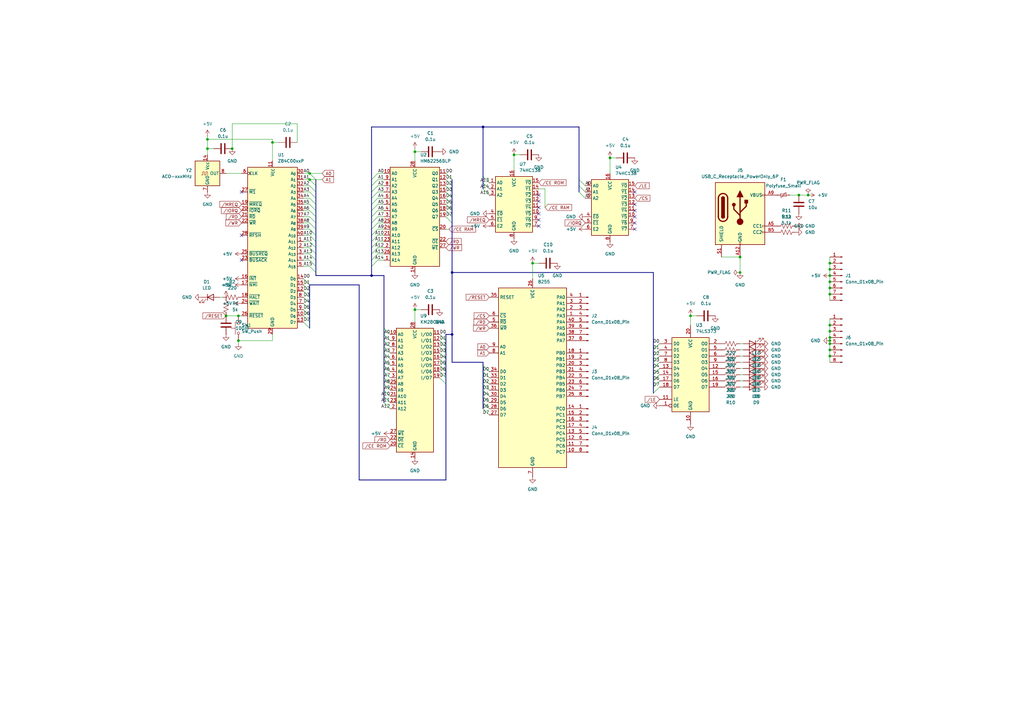
<source format=kicad_sch>
(kicad_sch (version 20250114) (generator "eeschema") (generator_version "9.0")
  (paper "A3")
  (lib_symbols
    (symbol "74xx:74HC138"
      (property "Reference" "U" (at -7.62 13.97 0))
      (property "Value" "74HC138" (at 2.54 -11.43 0))
      (symbol "74HC138_1_1"
        (pin input line (at -10.16 10.16 0) (length 2.54) (name "A0") (number "1"))
        (pin input line (at -10.16 7.62 0) (length 2.54) (name "A1") (number "2"))
        (pin input line (at -10.16 5.08 0) (length 2.54) (name "A2") (number "3"))
        (pin input line (at -10.16 -2.54 0) (length 2.54) (name "~{E0}") (number "4"))
        (pin input line (at -10.16 -5.08 0) (length 2.54) (name "~{E1}") (number "5"))
        (pin input line (at -10.16 -7.62 0) (length 2.54) (name "E2") (number "6"))
        (pin power_in line (at 0 15.24 270) (length 2.54) (name "VCC") (number "16"))
        (pin power_in line (at 0 -12.7 90) (length 2.54) (name "GND") (number "8"))
        (pin output line (at 10.16 10.16 180) (length 2.54) (name "~{Y0}") (number "15"))
        (pin output line (at 10.16 7.62 180) (length 2.54) (name "~{Y1}") (number "14"))
        (pin output line (at 10.16 5.08 180) (length 2.54) (name "~{Y2}") (number "13"))
        (pin output line (at 10.16 2.54 180) (length 2.54) (name "~{Y3}") (number "12"))
        (pin output line (at 10.16 0 180) (length 2.54) (name "~{Y4}") (number "11"))
        (pin output line (at 10.16 -2.54 180) (length 2.54) (name "~{Y5}") (number "10"))
        (pin output line (at 10.16 -5.08 180) (length 2.54) (name "~{Y6}") (number "9"))
        (pin output line (at 10.16 -7.62 180) (length 2.54) (name "~{Y7}") (number "7"))
      )
    )
    (symbol "74xx:74LS373"
      (property "Reference" "U" (at -7.62 16.51 0))
      (property "Value" "74LS373" (at -7.62 -16.51 0))
      (symbol "74LS373_1_0"
        (pin input line (at -12.7 12.7 0) (length 5.08) (name "D0") (number "3"))
        (pin input line (at -12.7 10.16 0) (length 5.08) (name "D1") (number "4"))
        (pin input line (at -12.7 7.62 0) (length 5.08) (name "D2") (number "7"))
        (pin input line (at -12.7 5.08 0) (length 5.08) (name "D3") (number "8"))
        (pin input line (at -12.7 2.54 0) (length 5.08) (name "D4") (number "13"))
        (pin input line (at -12.7 0 0) (length 5.08) (name "D5") (number "14"))
        (pin input line (at -12.7 -2.54 0) (length 5.08) (name "D6") (number "17"))
        (pin input line (at -12.7 -5.08 0) (length 5.08) (name "D7") (number "18"))
        (pin input line (at -12.7 -10.16 0) (length 5.08) (name "LE") (number "11"))
        (pin input inverted (at -12.7 -12.7 0) (length 5.08) (name "OE") (number "1"))
        (pin power_in line (at 0 20.32 270) (length 5.08) (name "VCC") (number "20"))
        (pin power_in line (at 0 -20.32 90) (length 5.08) (name "GND") (number "10"))
        (pin tri_state line (at 12.7 12.7 180) (length 5.08) (name "O0") (number "2"))
        (pin tri_state line (at 12.7 10.16 180) (length 5.08) (name "O1") (number "5"))
        (pin tri_state line (at 12.7 7.62 180) (length 5.08) (name "O2") (number "6"))
        (pin tri_state line (at 12.7 5.08 180) (length 5.08) (name "O3") (number "9"))
        (pin tri_state line (at 12.7 2.54 180) (length 5.08) (name "O4") (number "12"))
        (pin tri_state line (at 12.7 0 180) (length 5.08) (name "O5") (number "15"))
        (pin tri_state line (at 12.7 -2.54 180) (length 5.08) (name "O6") (number "16"))
        (pin tri_state line (at 12.7 -5.08 180) (length 5.08) (name "O7") (number "19"))
      )
    )
    (symbol "CPU:Z84C00xxP"
      (property "Reference" "U" (at -9.652 34.798 0))
      (property "Value" "Z84C00xxP" (at 3.81 34.798 0))
      (symbol "Z84C00xxP_1_1"
        (pin input clock (at -12.7 30.48 0) (length 2.54) (name "CLK") (number "6"))
        (pin output line (at -12.7 22.86 0) (length 2.54) (name "~{M1}") (number "27"))
        (pin tri_state line (at -12.7 17.78 0) (length 2.54) (name "~{MREQ}") (number "19"))
        (pin tri_state line (at -12.7 15.24 0) (length 2.54) (name "~{IORQ}") (number "20"))
        (pin tri_state line (at -12.7 12.7 0) (length 2.54) (name "~{RD}") (number "21"))
        (pin tri_state line (at -12.7 10.16 0) (length 2.54) (name "~{WR}") (number "22"))
        (pin output line (at -12.7 5.08 0) (length 2.54) (name "~{RFSH}") (number "28"))
        (pin input line (at -12.7 -2.54 0) (length 2.54) (name "~{BUSREQ}") (number "25"))
        (pin output line (at -12.7 -5.08 0) (length 2.54) (name "~{BUSACK}") (number "23"))
        (pin input line (at -12.7 -12.7 0) (length 2.54) (name "~{INT}") (number "16"))
        (pin input line (at -12.7 -15.24 0) (length 2.54) (name "~{NMI}") (number "17"))
        (pin output line (at -12.7 -20.32 0) (length 2.54) (name "~{HALT}") (number "18"))
        (pin input line (at -12.7 -22.86 0) (length 2.54) (name "~{WAIT}") (number "24"))
        (pin input line (at -12.7 -27.94 0) (length 2.54) (name "~{RESET}") (number "26"))
        (pin power_in line (at 0 35.56 270) (length 2.54) (name "V_{CC}") (number "11"))
        (pin power_in line (at 0 -35.56 90) (length 2.54) (name "GND") (number "29"))
        (pin tri_state line (at 12.7 30.48 180) (length 2.54) (name "A_{0}") (number "30"))
        (pin tri_state line (at 12.7 27.94 180) (length 2.54) (name "A_{1}") (number "31"))
        (pin tri_state line (at 12.7 25.4 180) (length 2.54) (name "A_{2}") (number "32"))
        (pin tri_state line (at 12.7 22.86 180) (length 2.54) (name "A_{3}") (number "33"))
        (pin tri_state line (at 12.7 20.32 180) (length 2.54) (name "A_{4}") (number "34"))
        (pin tri_state line (at 12.7 17.78 180) (length 2.54) (name "A_{5}") (number "35"))
        (pin tri_state line (at 12.7 15.24 180) (length 2.54) (name "A_{6}") (number "36"))
        (pin tri_state line (at 12.7 12.7 180) (length 2.54) (name "A_{7}") (number "37"))
        (pin tri_state line (at 12.7 10.16 180) (length 2.54) (name "A_{8}") (number "38"))
        (pin tri_state line (at 12.7 7.62 180) (length 2.54) (name "A_{9}") (number "39"))
        (pin tri_state line (at 12.7 5.08 180) (length 2.54) (name "A_{10}") (number "40"))
        (pin tri_state line (at 12.7 2.54 180) (length 2.54) (name "A_{11}") (number "1"))
        (pin tri_state line (at 12.7 0 180) (length 2.54) (name "A_{12}") (number "2"))
        (pin tri_state line (at 12.7 -2.54 180) (length 2.54) (name "A_{13}") (number "3"))
        (pin tri_state line (at 12.7 -5.08 180) (length 2.54) (name "A_{14}") (number "4"))
        (pin tri_state line (at 12.7 -7.62 180) (length 2.54) (name "A_{15}") (number "5"))
        (pin bidirectional line (at 12.7 -12.7 180) (length 2.54) (name "D_{0}") (number "14"))
        (pin bidirectional line (at 12.7 -15.24 180) (length 2.54) (name "D_{1}") (number "15"))
        (pin bidirectional line (at 12.7 -17.78 180) (length 2.54) (name "D_{2}") (number "12"))
        (pin bidirectional line (at 12.7 -20.32 180) (length 2.54) (name "D_{3}") (number "8"))
        (pin bidirectional line (at 12.7 -22.86 180) (length 2.54) (name "D_{4}") (number "7"))
        (pin bidirectional line (at 12.7 -25.4 180) (length 2.54) (name "D_{5}") (number "9"))
        (pin bidirectional line (at 12.7 -27.94 180) (length 2.54) (name "D_{6}") (number "10"))
        (pin bidirectional line (at 12.7 -30.48 180) (length 2.54) (name "D_{7}") (number "13"))
      )
    )
    (symbol "Connector:Conn_01x08_Pin" (pin_names (offset 1.016) (hide yes))
      (property "Reference" "J" (at 0 10.16 0))
      (property "Value" "Conn_01x08_Pin" (at 0 -12.7 0))
      (symbol "Conn_01x08_Pin_1_1"
        (pin passive line (at 5.08 7.62 180) (length 3.81) (name "Pin_1") (number "1"))
        (pin passive line (at 5.08 5.08 180) (length 3.81) (name "Pin_2") (number "2"))
        (pin passive line (at 5.08 2.54 180) (length 3.81) (name "Pin_3") (number "3"))
        (pin passive line (at 5.08 0 180) (length 3.81) (name "Pin_4") (number "4"))
        (pin passive line (at 5.08 -2.54 180) (length 3.81) (name "Pin_5") (number "5"))
        (pin passive line (at 5.08 -5.08 180) (length 3.81) (name "Pin_6") (number "6"))
        (pin passive line (at 5.08 -7.62 180) (length 3.81) (name "Pin_7") (number "7"))
        (pin passive line (at 5.08 -10.16 180) (length 3.81) (name "Pin_8") (number "8"))
      )
    )
    (symbol "Connector:USB_C_Receptacle_PowerOnly_6P" (pin_names (offset 1.016))
      (property "Reference" "J" (at 0 16.51 0))
      (property "Value" "USB_C_Receptacle_PowerOnly_6P" (at 0 13.97 0))
      (symbol "USB_C_Receptacle_PowerOnly_6P_1_1"
        (pin passive line (at -7.62 -17.78 90) (length 5.08) (name "SHIELD") (number "S1"))
        (pin passive line (at 0 -17.78 90) (length 5.08) (name "GND") (number "A12"))
        (pin passive line (at 0 -17.78 90) (length 5.08) (hide yes) (name "GND") (number "B12"))
        (pin passive line (at 15.24 7.62 180) (length 5.08) (name "VBUS") (number "A9"))
        (pin passive line (at 15.24 7.62 180) (length 5.08) (hide yes) (name "VBUS") (number "B9"))
        (pin bidirectional line (at 15.24 -5.08 180) (length 5.08) (name "CC1") (number "A5"))
        (pin bidirectional line (at 15.24 -7.62 180) (length 5.08) (name "CC2") (number "B5"))
      )
    )
    (symbol "Device:C" (pin_numbers (hide yes)) (pin_names (offset 0.254))
      (property "Reference" "C" (at 0.635 2.54 0))
      (property "Value" "C" (at 0.635 -2.54 0))
      (symbol "C_1_1"
        (pin passive line (at 0 3.81 270) (length 2.794) (name "~") (number "1"))
        (pin passive line (at 0 -3.81 90) (length 2.794) (name "~") (number "2"))
      )
    )
    (symbol "Device:LED" (pin_numbers (hide yes)) (pin_names (offset 1.016) (hide yes))
      (property "Reference" "D" (at 0 2.54 0))
      (property "Value" "LED" (at 0 -2.54 0))
      (symbol "LED_1_1"
        (pin passive line (at -3.81 0 0) (length 2.54) (name "K") (number "1"))
        (pin passive line (at 3.81 0 180) (length 2.54) (name "A") (number "2"))
      )
    )
    (symbol "Device:Polyfuse_Small" (pin_numbers (hide yes)) (pin_names (offset 0))
      (property "Reference" "F" (at -1.905 0 90))
      (property "Value" "Polyfuse_Small" (at 1.905 0 90))
      (symbol "Polyfuse_Small_1_1"
        (pin passive line (at 0 2.54 270) (length 0.635) (name "~") (number "1"))
        (pin passive line (at 0 -2.54 90) (length 0.635) (name "~") (number "2"))
      )
    )
    (symbol "Device:R_US" (pin_numbers (hide yes)) (pin_names (offset 0))
      (property "Reference" "R" (at 2.54 0 90))
      (property "Value" "R_US" (at -2.54 0 90))
      (symbol "R_US_1_1"
        (pin passive line (at 0 3.81 270) (length 1.27) (name "~") (number "1"))
        (pin passive line (at 0 -3.81 90) (length 1.27) (name "~") (number "2"))
      )
    )
    (symbol "Interface:8255"
      (property "Reference" "U" (at -13.97 38.1 0))
      (property "Value" "8255" (at 8.89 38.1 0))
      (symbol "8255_1_1"
        (pin input line (at -17.78 33.02 0) (length 3.81) (name "RESET") (number "35"))
        (pin input line (at -17.78 25.4 0) (length 3.81) (name "~{CS}") (number "6"))
        (pin input line (at -17.78 22.86 0) (length 3.81) (name "~{RD}") (number "5"))
        (pin input line (at -17.78 20.32 0) (length 3.81) (name "~{WR}") (number "36"))
        (pin input line (at -17.78 12.7 0) (length 3.81) (name "A0") (number "9"))
        (pin input line (at -17.78 10.16 0) (length 3.81) (name "A1") (number "8"))
        (pin bidirectional line (at -17.78 2.54 0) (length 3.81) (name "D0") (number "34"))
        (pin bidirectional line (at -17.78 0 0) (length 3.81) (name "D1") (number "33"))
        (pin bidirectional line (at -17.78 -2.54 0) (length 3.81) (name "D2") (number "32"))
        (pin bidirectional line (at -17.78 -5.08 0) (length 3.81) (name "D3") (number "31"))
        (pin bidirectional line (at -17.78 -7.62 0) (length 3.81) (name "D4") (number "30"))
        (pin bidirectional line (at -17.78 -10.16 0) (length 3.81) (name "D5") (number "29"))
        (pin bidirectional line (at -17.78 -12.7 0) (length 3.81) (name "D6") (number "28"))
        (pin bidirectional line (at -17.78 -15.24 0) (length 3.81) (name "D7") (number "27"))
        (pin power_in line (at 0 40.64 270) (length 3.81) (name "VCC") (number "26"))
        (pin power_in line (at 0 -40.64 90) (length 3.81) (name "GND") (number "7"))
        (pin bidirectional line (at 17.78 33.02 180) (length 3.81) (name "PA0") (number "4"))
        (pin bidirectional line (at 17.78 30.48 180) (length 3.81) (name "PA1") (number "3"))
        (pin bidirectional line (at 17.78 27.94 180) (length 3.81) (name "PA2") (number "2"))
        (pin bidirectional line (at 17.78 25.4 180) (length 3.81) (name "PA3") (number "1"))
        (pin bidirectional line (at 17.78 22.86 180) (length 3.81) (name "PA4") (number "40"))
        (pin bidirectional line (at 17.78 20.32 180) (length 3.81) (name "PA5") (number "39"))
        (pin bidirectional line (at 17.78 17.78 180) (length 3.81) (name "PA6") (number "38"))
        (pin bidirectional line (at 17.78 15.24 180) (length 3.81) (name "PA7") (number "37"))
        (pin bidirectional line (at 17.78 10.16 180) (length 3.81) (name "PB0") (number "18"))
        (pin bidirectional line (at 17.78 7.62 180) (length 3.81) (name "PB1") (number "19"))
        (pin bidirectional line (at 17.78 5.08 180) (length 3.81) (name "PB2") (number "20"))
        (pin bidirectional line (at 17.78 2.54 180) (length 3.81) (name "PB3") (number "21"))
        (pin bidirectional line (at 17.78 0 180) (length 3.81) (name "PB4") (number "22"))
        (pin bidirectional line (at 17.78 -2.54 180) (length 3.81) (name "PB5") (number "23"))
        (pin bidirectional line (at 17.78 -5.08 180) (length 3.81) (name "PB6") (number "24"))
        (pin bidirectional line (at 17.78 -7.62 180) (length 3.81) (name "PB7") (number "25"))
        (pin bidirectional line (at 17.78 -12.7 180) (length 3.81) (name "PC0") (number "14"))
        (pin bidirectional line (at 17.78 -15.24 180) (length 3.81) (name "PC1") (number "15"))
        (pin bidirectional line (at 17.78 -17.78 180) (length 3.81) (name "PC2") (number "16"))
        (pin bidirectional line (at 17.78 -20.32 180) (length 3.81) (name "PC3") (number "17"))
        (pin bidirectional line (at 17.78 -22.86 180) (length 3.81) (name "PC4") (number "13"))
        (pin bidirectional line (at 17.78 -25.4 180) (length 3.81) (name "PC5") (number "12"))
        (pin bidirectional line (at 17.78 -27.94 180) (length 3.81) (name "PC6") (number "11"))
        (pin bidirectional line (at 17.78 -30.48 180) (length 3.81) (name "PC7") (number "10"))
      )
    )
    (symbol "Memory_EEPROM:KM28C64A"
      (property "Reference" "U" (at -7.62 26.67 0))
      (property "Value" "KM28C64A" (at 2.54 -26.67 0))
      (symbol "KM28C64A_1_1"
        (pin input line (at -10.16 22.86 0) (length 2.54) (name "A0") (number "10"))
        (pin input line (at -10.16 20.32 0) (length 2.54) (name "A1") (number "9"))
        (pin input line (at -10.16 17.78 0) (length 2.54) (name "A2") (number "8"))
        (pin input line (at -10.16 15.24 0) (length 2.54) (name "A3") (number "7"))
        (pin input line (at -10.16 12.7 0) (length 2.54) (name "A4") (number "6"))
        (pin input line (at -10.16 10.16 0) (length 2.54) (name "A5") (number "5"))
        (pin input line (at -10.16 7.62 0) (length 2.54) (name "A6") (number "4"))
        (pin input line (at -10.16 5.08 0) (length 2.54) (name "A7") (number "3"))
        (pin input line (at -10.16 2.54 0) (length 2.54) (name "A8") (number "25"))
        (pin input line (at -10.16 0 0) (length 2.54) (name "A9") (number "24"))
        (pin input line (at -10.16 -2.54 0) (length 2.54) (name "A10") (number "21"))
        (pin input line (at -10.16 -5.08 0) (length 2.54) (name "A11") (number "23"))
        (pin input line (at -10.16 -7.62 0) (length 2.54) (name "A12") (number "2"))
        (pin input line (at -10.16 -17.78 0) (length 2.54) (name "~{WE}") (number "27"))
        (pin input line (at -10.16 -20.32 0) (length 2.54) (name "~{OE}") (number "22"))
        (pin input line (at -10.16 -22.86 0) (length 2.54) (name "~{CE}") (number "20"))
        (pin no_connect line (at -7.62 -12.7 0) (length 2.54) (hide yes) (name "NC") (number "1"))
        (pin power_in line (at 0 27.94 270) (length 2.54) (name "VCC") (number "28"))
        (pin power_in line (at 0 -27.94 90) (length 2.54) (name "GND") (number "14"))
        (pin no_connect line (at 7.62 -17.78 180) (length 2.54) (hide yes) (name "NC") (number "26"))
        (pin tri_state line (at 10.16 22.86 180) (length 2.54) (name "I/O0") (number "11"))
        (pin tri_state line (at 10.16 20.32 180) (length 2.54) (name "I/O1") (number "12"))
        (pin tri_state line (at 10.16 17.78 180) (length 2.54) (name "I/O2") (number "13"))
        (pin tri_state line (at 10.16 15.24 180) (length 2.54) (name "I/O3") (number "15"))
        (pin tri_state line (at 10.16 12.7 180) (length 2.54) (name "I/O4") (number "16"))
        (pin tri_state line (at 10.16 10.16 180) (length 2.54) (name "I/O5") (number "17"))
        (pin tri_state line (at 10.16 7.62 180) (length 2.54) (name "I/O6") (number "18"))
        (pin tri_state line (at 10.16 5.08 180) (length 2.54) (name "I/O7") (number "19"))
      )
    )
    (symbol "Memory_RAM:HM62256BLP"
      (property "Reference" "U" (at -10.16 20.955 0))
      (property "Value" "HM62256BLP" (at 2.54 20.955 0))
      (symbol "HM62256BLP_0_0"
        (pin power_in line (at 0 22.86 270) (length 2.54) (name "VCC") (number "28"))
        (pin power_in line (at 0 -22.86 90) (length 2.54) (name "GND") (number "14"))
      )
      (symbol "HM62256BLP_1_1"
        (pin input line (at -12.7 17.78 0) (length 2.54) (name "A0") (number "10"))
        (pin input line (at -12.7 15.24 0) (length 2.54) (name "A1") (number "9"))
        (pin input line (at -12.7 12.7 0) (length 2.54) (name "A2") (number "8"))
        (pin input line (at -12.7 10.16 0) (length 2.54) (name "A3") (number "7"))
        (pin input line (at -12.7 7.62 0) (length 2.54) (name "A4") (number "6"))
        (pin input line (at -12.7 5.08 0) (length 2.54) (name "A5") (number "5"))
        (pin input line (at -12.7 2.54 0) (length 2.54) (name "A6") (number "4"))
        (pin input line (at -12.7 0 0) (length 2.54) (name "A7") (number "3"))
        (pin input line (at -12.7 -2.54 0) (length 2.54) (name "A8") (number "25"))
        (pin input line (at -12.7 -5.08 0) (length 2.54) (name "A9") (number "24"))
        (pin input line (at -12.7 -7.62 0) (length 2.54) (name "A10") (number "21"))
        (pin input line (at -12.7 -10.16 0) (length 2.54) (name "A11") (number "23"))
        (pin input line (at -12.7 -12.7 0) (length 2.54) (name "A12") (number "2"))
        (pin input line (at -12.7 -15.24 0) (length 2.54) (name "A13") (number "26"))
        (pin input line (at -12.7 -17.78 0) (length 2.54) (name "A14") (number "1"))
        (pin tri_state line (at 12.7 17.78 180) (length 2.54) (name "Q0") (number "11"))
        (pin tri_state line (at 12.7 15.24 180) (length 2.54) (name "Q1") (number "12"))
        (pin tri_state line (at 12.7 12.7 180) (length 2.54) (name "Q2") (number "13"))
        (pin tri_state line (at 12.7 10.16 180) (length 2.54) (name "Q3") (number "15"))
        (pin tri_state line (at 12.7 7.62 180) (length 2.54) (name "Q4") (number "16"))
        (pin tri_state line (at 12.7 5.08 180) (length 2.54) (name "Q5") (number "17"))
        (pin tri_state line (at 12.7 2.54 180) (length 2.54) (name "Q6") (number "18"))
        (pin tri_state line (at 12.7 0 180) (length 2.54) (name "Q7") (number "19"))
        (pin input line (at 12.7 -5.08 180) (length 2.54) (name "~{CS}") (number "20"))
        (pin input line (at 12.7 -10.16 180) (length 2.54) (name "~{OE}") (number "22"))
        (pin input line (at 12.7 -12.7 180) (length 2.54) (name "~{WE}") (number "27"))
      )
    )
    (symbol "Oscillator:ACO-xxxMHz" (pin_names (offset 0.254))
      (property "Reference" "Y" (at -5.08 6.35 0))
      (property "Value" "ACO-xxxMHz" (at 1.27 -6.35 0))
      (symbol "ACO-xxxMHz_1_1"
        (pin no_connect line (at -5.08 2.54 0) (length 2.54) (hide yes) (name "NC") (number "1"))
        (pin power_in line (at 0 7.62 270) (length 2.54) (name "Vcc") (number "14"))
        (pin power_in line (at 0 -7.62 90) (length 2.54) (name "GND") (number "7"))
        (pin output line (at 7.62 0 180) (length 2.54) (name "OUT") (number "8"))
      )
    )
    (symbol "Switch:SW_Push" (pin_numbers (hide yes)) (pin_names (offset 1.016) (hide yes))
      (property "Reference" "SW" (at 1.27 2.54 0))
      (property "Value" "SW_Push" (at 0 -1.524 0))
      (symbol "SW_Push_0_1"
        (pin passive line (at -5.08 0 0) (length 2.54) (name "1") (number "1"))
        (pin passive line (at 5.08 0 180) (length 2.54) (name "2") (number "2"))
      )
    )
    (symbol "power:+5V" (power) (pin_numbers (hide yes)) (pin_names (offset 0) (hide yes))
      (property "Value" "+5V" (at 0 3.556 0))
      (symbol "+5V_1_1"
        (pin power_in line (at 0 0 90) (length 0) (name "~") (number "1"))
      )
    )
    (symbol "power:GND" (power) (pin_numbers (hide yes)) (pin_names (offset 0) (hide yes))
      (property "Value" "GND" (at 0 -3.81 0))
      (symbol "GND_1_1"
        (pin power_in line (at 0 0 270) (length 0) (name "~") (number "1"))
      )
    )
    (symbol "power:PWR_FLAG" (power) (pin_numbers (hide yes)) (pin_names (offset 0) (hide yes))
      (property "Value" "PWR_FLAG" (at 0 3.81 0))
      (symbol "PWR_FLAG_0_0"
        (pin power_out line (at 0 0 90) (length 0) (name "~") (number "1"))
      )
    )
  )
  (junction (at 185.42 137.16))
  (junction (at 283.21 129.54))
  (junction (at 250.19 64.77))
  (junction (at 340.36 146.05))
  (junction (at 170.18 62.23))
  (junction (at 111.76 58.42))
  (junction (at 198.12 52.07))
  (junction (at 97.79 129.54))
  (junction (at 340.36 118.11))
  (junction (at 152.4 113.03))
  (junction (at 340.36 113.03))
  (junction (at 85.09 60.96))
  (junction (at 97.79 139.7))
  (junction (at 218.44 107.95))
  (junction (at 340.36 133.35))
  (junction (at 170.18 127))
  (junction (at 340.36 138.43))
  (junction (at 340.36 120.65))
  (junction (at 92.71 129.54))
  (junction (at 95.25 60.96))
  (junction (at 185.42 111.76))
  (junction (at 303.53 105.41))
  (junction (at 303.53 111.76))
  (junction (at 340.36 115.57))
  (junction (at 340.36 107.95))
  (junction (at 340.36 110.49))
  (junction (at 340.36 135.89))
  (junction (at 327.66 80.01))
  (junction (at 127 73.66))
  (junction (at 210.82 63.5))
  (junction (at 340.36 139.7))
  (junction (at 85.09 57.15))
  (junction (at 340.36 143.51))
  (junction (at 331.47 80.01))
  (junction (at 127 71.12))
  (junction (at 340.36 140.97))
  (no_connect (at 220.98 85.09))
  (no_connect (at 99.06 78.74))
  (no_connect (at 220.98 90.17))
  (no_connect (at 260.35 88.9))
  (no_connect (at 99.06 96.52))
  (no_connect (at 260.35 78.74))
  (no_connect (at 220.98 80.01))
  (no_connect (at 220.98 87.63))
  (no_connect (at 220.98 92.71))
  (no_connect (at 260.35 86.36))
  (no_connect (at 260.35 91.44))
  (no_connect (at 220.98 82.55))
  (no_connect (at 99.06 106.68))
  (no_connect (at 260.35 83.82))
  (no_connect (at 260.35 93.98))
  (bus_entry (at 127 83.82) (size 2.54 2.54))
  (bus_entry (at 160.02 144.78) (size -2.54 -2.54))
  (bus_entry (at 182.88 86.36) (size 2.54 2.54))
  (bus_entry (at 160.02 157.48) (size -2.54 -2.54))
  (bus_entry (at 154.94 104.14) (size -2.54 2.54))
  (bus_entry (at 129.54 78.74) (size -2.54 -2.54))
  (bus_entry (at 180.34 142.24) (size 2.54 2.54))
  (bus_entry (at 154.94 93.98) (size -2.54 2.54))
  (bus_entry (at 127 129.54) (size -2.54 -2.54))
  (bus_entry (at 160.02 152.4) (size -2.54 -2.54))
  (bus_entry (at 198.12 149.86) (size 2.54 2.54))
  (bus_entry (at 182.88 76.2) (size 2.54 2.54))
  (bus_entry (at 182.88 81.28) (size 2.54 2.54))
  (bus_entry (at 154.94 76.2) (size -2.54 2.54))
  (bus_entry (at 198.12 152.4) (size 2.54 2.54))
  (bus_entry (at 270.51 143.51) (size -2.54 2.54))
  (bus_entry (at 127 78.74) (size 2.54 2.54))
  (bus_entry (at 154.94 91.44) (size -2.54 2.54))
  (bus_entry (at 154.94 88.9) (size -2.54 2.54))
  (bus_entry (at 237.49 76.2) (size 2.54 2.54))
  (bus_entry (at 160.02 167.64) (size -2.54 -2.54))
  (bus_entry (at 180.34 149.86) (size 2.54 2.54))
  (bus_entry (at 160.02 139.7) (size -2.54 -2.54))
  (bus_entry (at 160.02 147.32) (size -2.54 -2.54))
  (bus_entry (at 270.51 153.67) (size -2.54 2.54))
  (bus_entry (at 154.94 78.74) (size -2.54 2.54))
  (bus_entry (at 160.02 154.94) (size -2.54 -2.54))
  (bus_entry (at 182.88 73.66) (size 2.54 2.54))
  (bus_entry (at 270.51 146.05) (size -2.54 2.54))
  (bus_entry (at 127 88.9) (size 2.54 2.54))
  (bus_entry (at 154.94 99.06) (size -2.54 2.54))
  (bus_entry (at 237.49 73.66) (size 2.54 2.54))
  (bus_entry (at 180.34 144.78) (size 2.54 2.54))
  (bus_entry (at 154.94 71.12) (size -2.54 2.54))
  (bus_entry (at 182.88 83.82) (size 2.54 2.54))
  (bus_entry (at 127 99.06) (size 2.54 2.54))
  (bus_entry (at 127 116.84) (size -2.54 -2.54))
  (bus_entry (at 180.34 154.94) (size 2.54 2.54))
  (bus_entry (at 270.51 156.21) (size -2.54 2.54))
  (bus_entry (at 198.12 167.64) (size 2.54 2.54))
  (bus_entry (at 270.51 148.59) (size -2.54 2.54))
  (bus_entry (at 154.94 86.36) (size -2.54 2.54))
  (bus_entry (at 198.12 72.39) (size 2.54 2.54))
  (bus_entry (at 270.51 151.13) (size -2.54 2.54))
  (bus_entry (at 129.54 96.52) (size -2.54 -2.54))
  (bus_entry (at 127 121.92) (size -2.54 -2.54))
  (bus_entry (at 127 124.46) (size -2.54 -2.54))
  (bus_entry (at 182.88 78.74) (size 2.54 2.54))
  (bus_entry (at 127 81.28) (size 2.54 2.54))
  (bus_entry (at 182.88 71.12) (size 2.54 2.54))
  (bus_entry (at 160.02 165.1) (size -2.54 -2.54))
  (bus_entry (at 180.34 139.7) (size 2.54 2.54))
  (bus_entry (at 180.34 137.16) (size 2.54 2.54))
  (bus_entry (at 182.88 88.9) (size 2.54 2.54))
  (bus_entry (at 198.12 74.93) (size 2.54 2.54))
  (bus_entry (at 270.51 158.75) (size -2.54 2.54))
  (bus_entry (at 127 104.14) (size 2.54 2.54))
  (bus_entry (at 154.94 96.52) (size -2.54 2.54))
  (bus_entry (at 127 101.6) (size 2.54 2.54))
  (bus_entry (at 160.02 149.86) (size -2.54 -2.54))
  (bus_entry (at 154.94 73.66) (size -2.54 2.54))
  (bus_entry (at 129.54 99.06) (size -2.54 -2.54))
  (bus_entry (at 160.02 160.02) (size -2.54 -2.54))
  (bus_entry (at 127 86.36) (size 2.54 2.54))
  (bus_entry (at 270.51 140.97) (size -2.54 2.54))
  (bus_entry (at 154.94 106.68) (size -2.54 2.54))
  (bus_entry (at 157.48 134.62) (size 2.54 2.54))
  (bus_entry (at 198.12 157.48) (size 2.54 2.54))
  (bus_entry (at 160.02 142.24) (size -2.54 -2.54))
  (bus_entry (at 198.12 162.56) (size 2.54 2.54))
  (bus_entry (at 154.94 81.28) (size -2.54 2.54))
  (bus_entry (at 127 109.22) (size 2.54 2.54))
  (bus_entry (at 154.94 83.82) (size -2.54 2.54))
  (bus_entry (at 127 127) (size -2.54 -2.54))
  (bus_entry (at 198.12 160.02) (size 2.54 2.54))
  (bus_entry (at 127 132.08) (size -2.54 -2.54))
  (bus_entry (at 198.12 77.47) (size 2.54 2.54))
  (bus_entry (at 127 119.38) (size -2.54 -2.54))
  (bus_entry (at 180.34 147.32) (size 2.54 2.54))
  (bus_entry (at 160.02 162.56) (size -2.54 -2.54))
  (bus_entry (at 127 106.68) (size 2.54 2.54))
  (bus_entry (at 180.34 152.4) (size 2.54 2.54))
  (bus_entry (at 127 71.12) (size 2.54 2.54))
  (bus_entry (at 198.12 154.94) (size 2.54 2.54))
  (bus_entry (at 127 73.66) (size 2.54 2.54))
  (bus_entry (at 237.49 78.74) (size 2.54 2.54))
  (bus_entry (at 127 91.44) (size 2.54 2.54))
  (bus_entry (at 198.12 165.1) (size 2.54 2.54))
  (bus_entry (at 154.94 101.6) (size -2.54 2.54))
  (bus_entry (at 127 134.62) (size -2.54 -2.54))
  (wire (pts (xy 220.98 77.47) (xy 223.52 77.47)))
  (bus (pts (xy 185.42 78.74) (xy 185.42 81.28)))
  (bus (pts (xy 152.4 76.2) (xy 152.4 78.74)))
  (wire (pts (xy 303.53 143.51) (xy 304.8 143.51)))
  (bus (pts (xy 152.4 91.44) (xy 152.4 93.98)))
  (bus (pts (xy 198.12 165.1) (xy 198.12 167.64)))
  (bus (pts (xy 127 121.92) (xy 127 124.46)))
  (wire (pts (xy 170.18 60.96) (xy 170.18 62.23)))
  (bus (pts (xy 267.97 146.05) (xy 267.97 143.51)))
  (wire (pts (xy 127 83.82) (xy 124.46 83.82)))
  (wire (pts (xy 340.36 135.89) (xy 340.36 138.43)))
  (bus (pts (xy 129.54 76.2) (xy 129.54 78.74)))
  (wire (pts (xy 127 96.52) (xy 124.46 96.52)))
  (bus (pts (xy 198.12 148.59) (xy 198.12 149.86)))
  (wire (pts (xy 154.94 96.52) (xy 157.48 96.52)))
  (bus (pts (xy 152.4 106.68) (xy 152.4 109.22)))
  (bus (pts (xy 185.42 111.76) (xy 185.42 137.16)))
  (bus (pts (xy 127 119.38) (xy 127 121.92)))
  (wire (pts (xy 111.76 57.15) (xy 111.76 58.42)))
  (bus (pts (xy 267.97 158.75) (xy 267.97 156.21)))
  (bus (pts (xy 152.4 73.66) (xy 152.4 52.07)))
  (wire (pts (xy 127 104.14) (xy 124.46 104.14)))
  (bus (pts (xy 152.4 73.66) (xy 152.4 76.2)))
  (bus (pts (xy 129.54 83.82) (xy 129.54 86.36)))
  (bus (pts (xy 198.12 160.02) (xy 198.12 162.56)))
  (bus (pts (xy 157.48 154.94) (xy 157.48 152.4)))
  (bus (pts (xy 157.48 162.56) (xy 157.48 160.02)))
  (wire (pts (xy 154.94 93.98) (xy 157.48 93.98)))
  (wire (pts (xy 303.53 105.41) (xy 303.53 111.76)))
  (wire (pts (xy 95.25 50.8) (xy 95.25 60.96)))
  (bus (pts (xy 157.48 144.78) (xy 157.48 142.24)))
  (bus (pts (xy 237.49 73.66) (xy 237.49 76.2)))
  (bus (pts (xy 198.12 148.59) (xy 185.42 148.59)))
  (wire (pts (xy 170.18 127) (xy 170.18 132.08)))
  (bus (pts (xy 152.4 81.28) (xy 152.4 83.82)))
  (wire (pts (xy 210.82 63.5) (xy 213.36 63.5)))
  (wire (pts (xy 303.53 146.05) (xy 304.8 146.05)))
  (wire (pts (xy 127 106.68) (xy 124.46 106.68)))
  (bus (pts (xy 157.48 165.1) (xy 157.48 162.56)))
  (bus (pts (xy 129.54 88.9) (xy 129.54 91.44)))
  (wire (pts (xy 92.71 129.54) (xy 97.79 129.54)))
  (wire (pts (xy 154.94 88.9) (xy 157.48 88.9)))
  (wire (pts (xy 323.85 80.01) (xy 327.66 80.01)))
  (wire (pts (xy 154.94 104.14) (xy 157.48 104.14)))
  (wire (pts (xy 127 99.06) (xy 124.46 99.06)))
  (wire (pts (xy 121.92 58.42) (xy 121.92 50.8)))
  (wire (pts (xy 340.36 139.7) (xy 340.36 140.97)))
  (bus (pts (xy 267.97 156.21) (xy 267.97 153.67)))
  (bus (pts (xy 198.12 74.93) (xy 198.12 72.39)))
  (bus (pts (xy 147.32 116.84) (xy 147.32 196.85)))
  (bus (pts (xy 157.48 157.48) (xy 157.48 154.94)))
  (wire (pts (xy 340.36 110.49) (xy 340.36 113.03)))
  (wire (pts (xy 340.36 140.97) (xy 340.36 143.51)))
  (bus (pts (xy 198.12 157.48) (xy 198.12 160.02)))
  (bus (pts (xy 152.4 109.22) (xy 152.4 113.03)))
  (wire (pts (xy 154.94 73.66) (xy 157.48 73.66)))
  (bus (pts (xy 127 127) (xy 127 129.54)))
  (bus (pts (xy 129.54 78.74) (xy 129.54 81.28)))
  (bus (pts (xy 185.42 111.76) (xy 267.97 111.76)))
  (wire (pts (xy 154.94 78.74) (xy 157.48 78.74)))
  (wire (pts (xy 154.94 83.82) (xy 157.48 83.82)))
  (wire (pts (xy 340.36 118.11) (xy 340.36 120.65)))
  (wire (pts (xy 170.18 62.23) (xy 170.18 66.04)))
  (wire (pts (xy 327.66 80.01) (xy 331.47 80.01)))
  (wire (pts (xy 111.76 58.42) (xy 111.76 66.04)))
  (wire (pts (xy 154.94 71.12) (xy 157.48 71.12)))
  (bus (pts (xy 198.12 152.4) (xy 198.12 154.94)))
  (bus (pts (xy 198.12 149.86) (xy 198.12 152.4)))
  (wire (pts (xy 127 109.22) (xy 124.46 109.22)))
  (bus (pts (xy 152.4 101.6) (xy 152.4 104.14)))
  (wire (pts (xy 127 71.12) (xy 124.46 71.12)))
  (bus (pts (xy 129.54 109.22) (xy 129.54 111.76)))
  (wire (pts (xy 85.09 57.15) (xy 111.76 57.15)))
  (bus (pts (xy 157.48 113.03) (xy 157.48 134.62)))
  (bus (pts (xy 157.48 113.03) (xy 152.4 113.03)))
  (wire (pts (xy 340.36 146.05) (xy 340.36 148.59)))
  (wire (pts (xy 154.94 76.2) (xy 157.48 76.2)))
  (wire (pts (xy 303.53 140.97) (xy 304.8 140.97)))
  (bus (pts (xy 127 132.08) (xy 127 134.62)))
  (wire (pts (xy 340.36 138.43) (xy 340.36 139.7)))
  (wire (pts (xy 283.21 129.54) (xy 285.75 129.54)))
  (bus (pts (xy 182.88 154.94) (xy 182.88 152.4)))
  (wire (pts (xy 111.76 137.16) (xy 111.76 139.7)))
  (wire (pts (xy 127 88.9) (xy 124.46 88.9)))
  (bus (pts (xy 157.48 149.86) (xy 157.48 147.32)))
  (wire (pts (xy 340.36 107.95) (xy 340.36 110.49)))
  (wire (pts (xy 340.36 113.03) (xy 340.36 115.57)))
  (wire (pts (xy 111.76 139.7) (xy 97.79 139.7)))
  (bus (pts (xy 152.4 86.36) (xy 152.4 88.9)))
  (bus (pts (xy 129.54 93.98) (xy 129.54 96.52)))
  (bus (pts (xy 129.54 91.44) (xy 129.54 93.98)))
  (bus (pts (xy 182.88 147.32) (xy 182.88 144.78)))
  (bus (pts (xy 198.12 77.47) (xy 198.12 74.93)))
  (wire (pts (xy 85.09 55.88) (xy 85.09 57.15)))
  (wire (pts (xy 154.94 101.6) (xy 157.48 101.6)))
  (bus (pts (xy 152.4 88.9) (xy 152.4 91.44)))
  (bus (pts (xy 152.4 83.82) (xy 152.4 86.36)))
  (wire (pts (xy 90.17 121.92) (xy 91.44 121.92)))
  (bus (pts (xy 129.54 86.36) (xy 129.54 88.9)))
  (bus (pts (xy 185.42 81.28) (xy 185.42 83.82)))
  (wire (pts (xy 97.79 140.97) (xy 97.79 139.7)))
  (wire (pts (xy 340.36 105.41) (xy 340.36 107.95)))
  (wire (pts (xy 295.91 105.41) (xy 303.53 105.41)))
  (wire (pts (xy 127 93.98) (xy 124.46 93.98)))
  (wire (pts (xy 340.36 115.57) (xy 340.36 118.11)))
  (bus (pts (xy 185.42 148.59) (xy 185.42 137.16)))
  (wire (pts (xy 340.36 120.65) (xy 340.36 123.19)))
  (bus (pts (xy 129.54 111.76) (xy 129.54 113.03)))
  (bus (pts (xy 182.88 142.24) (xy 182.88 139.7)))
  (bus (pts (xy 147.32 196.85) (xy 182.88 196.85)))
  (bus (pts (xy 157.48 139.7) (xy 157.48 137.16)))
  (wire (pts (xy 121.92 50.8) (xy 95.25 50.8)))
  (wire (pts (xy 340.36 143.51) (xy 340.36 146.05)))
  (wire (pts (xy 154.94 81.28) (xy 157.48 81.28)))
  (bus (pts (xy 198.12 72.39) (xy 198.12 52.07)))
  (bus (pts (xy 152.4 96.52) (xy 152.4 99.06)))
  (wire (pts (xy 250.19 64.77) (xy 252.73 64.77)))
  (wire (pts (xy 92.71 71.12) (xy 99.06 71.12)))
  (wire (pts (xy 303.53 158.75) (xy 304.8 158.75)))
  (bus (pts (xy 198.12 162.56) (xy 198.12 165.1)))
  (bus (pts (xy 157.48 134.62) (xy 157.48 137.16)))
  (wire (pts (xy 250.19 64.77) (xy 250.19 71.12)))
  (bus (pts (xy 152.4 104.14) (xy 152.4 106.68)))
  (bus (pts (xy 185.42 76.2) (xy 185.42 78.74)))
  (bus (pts (xy 127 129.54) (xy 127 132.08)))
  (bus (pts (xy 157.48 152.4) (xy 157.48 149.86)))
  (bus (pts (xy 127 124.46) (xy 127 127)))
  (bus (pts (xy 182.88 149.86) (xy 182.88 147.32)))
  (wire (pts (xy 111.76 58.42) (xy 114.3 58.42)))
  (bus (pts (xy 152.4 52.07) (xy 198.12 52.07)))
  (bus (pts (xy 185.42 73.66) (xy 185.42 76.2)))
  (bus (pts (xy 237.49 52.07) (xy 237.49 73.66)))
  (bus (pts (xy 185.42 88.9) (xy 185.42 91.44)))
  (bus (pts (xy 198.12 154.94) (xy 198.12 157.48)))
  (bus (pts (xy 185.42 86.36) (xy 185.42 88.9)))
  (wire (pts (xy 127 78.74) (xy 124.46 78.74)))
  (bus (pts (xy 129.54 104.14) (xy 129.54 106.68)))
  (wire (pts (xy 210.82 63.5) (xy 210.82 69.85)))
  (wire (pts (xy 340.36 133.35) (xy 340.36 135.89)))
  (bus (pts (xy 152.4 99.06) (xy 152.4 101.6)))
  (bus (pts (xy 129.54 113.03) (xy 152.4 113.03)))
  (wire (pts (xy 170.18 62.23) (xy 172.72 62.23)))
  (wire (pts (xy 170.18 127) (xy 172.72 127)))
  (bus (pts (xy 267.97 148.59) (xy 267.97 146.05)))
  (bus (pts (xy 129.54 101.6) (xy 129.54 104.14)))
  (bus (pts (xy 127 116.84) (xy 147.32 116.84)))
  (wire (pts (xy 132.08 71.12) (xy 127 71.12)))
  (wire (pts (xy 85.09 60.96) (xy 85.09 63.5)))
  (bus (pts (xy 182.88 144.78) (xy 182.88 142.24)))
  (wire (pts (xy 97.79 129.54) (xy 99.06 129.54)))
  (bus (pts (xy 152.4 93.98) (xy 152.4 96.52)))
  (wire (pts (xy 154.94 106.68) (xy 157.48 106.68)))
  (wire (pts (xy 303.53 148.59) (xy 304.8 148.59)))
  (wire (pts (xy 127 101.6) (xy 124.46 101.6)))
  (wire (pts (xy 85.09 60.96) (xy 87.63 60.96)))
  (wire (pts (xy 154.94 91.44) (xy 157.48 91.44)))
  (bus (pts (xy 267.97 151.13) (xy 267.97 148.59)))
  (bus (pts (xy 152.4 78.74) (xy 152.4 81.28)))
  (wire (pts (xy 154.94 99.06) (xy 157.48 99.06)))
  (wire (pts (xy 129.54 73.66) (xy 127 73.66)))
  (wire (pts (xy 303.53 153.67) (xy 304.8 153.67)))
  (wire (pts (xy 218.44 107.95) (xy 218.44 114.3)))
  (bus (pts (xy 267.97 161.29) (xy 267.97 158.75)))
  (wire (pts (xy 127 86.36) (xy 124.46 86.36)))
  (bus (pts (xy 157.48 147.32) (xy 157.48 144.78)))
  (wire (pts (xy 218.44 107.95) (xy 220.98 107.95)))
  (wire (pts (xy 223.52 77.47) (xy 223.52 85.09)))
  (wire (pts (xy 127 81.28) (xy 124.46 81.28)))
  (wire (pts (xy 303.53 156.21) (xy 304.8 156.21)))
  (bus (pts (xy 182.88 137.16) (xy 185.42 137.16)))
  (bus (pts (xy 198.12 52.07) (xy 237.49 52.07)))
  (bus (pts (xy 182.88 152.4) (xy 182.88 149.86)))
  (bus (pts (xy 185.42 91.44) (xy 185.42 111.76)))
  (bus (pts (xy 185.42 83.82) (xy 185.42 86.36)))
  (wire (pts (xy 132.08 73.66) (xy 129.54 73.66)))
  (bus (pts (xy 129.54 81.28) (xy 129.54 83.82)))
  (bus (pts (xy 157.48 160.02) (xy 157.48 157.48)))
  (wire (pts (xy 182.88 93.98) (xy 184.15 93.98)))
  (bus (pts (xy 267.97 111.76) (xy 267.97 143.51)))
  (wire (pts (xy 154.94 86.36) (xy 157.48 86.36)))
  (bus (pts (xy 157.48 142.24) (xy 157.48 139.7)))
  (bus (pts (xy 237.49 76.2) (xy 237.49 78.74)))
  (bus (pts (xy 129.54 73.66) (xy 129.54 76.2)))
  (wire (pts (xy 127 76.2) (xy 124.46 76.2)))
  (bus (pts (xy 182.88 139.7) (xy 182.88 137.16)))
  (bus (pts (xy 182.88 196.85) (xy 182.88 157.48)))
  (wire (pts (xy 127 91.44) (xy 124.46 91.44)))
  (wire (pts (xy 303.53 151.13) (xy 304.8 151.13)))
  (wire (pts (xy 283.21 129.54) (xy 283.21 133.35)))
  (bus (pts (xy 129.54 96.52) (xy 129.54 99.06)))
  (wire (pts (xy 127 73.66) (xy 124.46 73.66)))
  (bus (pts (xy 129.54 106.68) (xy 129.54 109.22)))
  (wire (pts (xy 85.09 57.15) (xy 85.09 60.96)))
  (bus (pts (xy 127 116.84) (xy 127 119.38)))
  (bus (pts (xy 182.88 157.48) (xy 182.88 154.94)))
  (bus (pts (xy 267.97 153.67) (xy 267.97 151.13)))
  (bus (pts (xy 129.54 99.06) (xy 129.54 101.6)))
  (wire (pts (xy 340.36 130.81) (xy 340.36 133.35)))
  (label "A5" (at 157.48 83.82 180))
  (label "D6" (at 124.46 129.54 0))
  (label "A12" (at 157.48 101.6 180))
  (label "A12" (at 160.02 167.64 180))
  (label "A3" (at 160.02 144.78 180))
  (label "D1" (at 180.34 139.7 0))
  (label "A15" (at 200.66 80.01 180))
  (label "A14" (at 124.46 106.68 0))
  (label "D1" (at 182.88 73.66 0))
  (label "A6" (at 157.48 86.36 180))
  (label "A7" (at 160.02 154.94 180))
  (label "A5" (at 160.02 149.86 180))
  (label "A3" (at 157.48 78.74 180))
  (label "D0" (at 270.51 140.97 180))
  (label "D5" (at 124.46 127 0))
  (label "A11" (at 124.46 99.06 0))
  (label "D1" (at 270.51 143.51 180))
  (label "D7" (at 180.34 154.94 0))
  (label "A8" (at 157.48 91.44 180))
  (label "A0" (at 157.48 71.12 180))
  (label "D7" (at 182.88 88.9 0))
  (label "A5" (at 124.46 83.82 0))
  (label "D0" (at 182.88 71.12 0))
  (label "A1" (at 124.46 73.66 0))
  (label "A0" (at 160.02 137.16 180))
  (label "A1" (at 160.02 139.7 180))
  (label "A4" (at 157.48 81.28 180))
  (label "D4" (at 270.51 151.13 180))
  (label "D4" (at 182.88 81.28 0))
  (label "A7" (at 157.48 88.9 180))
  (label "A4" (at 160.02 147.32 180))
  (label "D5" (at 270.51 153.67 180))
  (label "D0" (at 200.66 152.4 180))
  (label "D7" (at 270.51 158.75 180))
  (label "D7" (at 124.46 132.08 0))
  (label "A9" (at 124.46 93.98 0))
  (label "D3" (at 124.46 121.92 0))
  (label "D6" (at 180.34 152.4 0))
  (label "A14" (at 200.66 77.47 180))
  (label "D4" (at 200.66 162.56 180))
  (label "D1" (at 124.46 116.84 0))
  (label "A1" (at 157.48 73.66 180))
  (label "D2" (at 182.88 76.2 0))
  (label "A2" (at 157.48 76.2 180))
  (label "A9" (at 160.02 160.02 180))
  (label "D5" (at 182.88 83.82 0))
  (label "A11" (at 160.02 165.1 180))
  (label "A10" (at 157.48 96.52 180))
  (label "A8" (at 124.46 91.44 0))
  (label "A9" (at 157.48 93.98 180))
  (label "D2" (at 180.34 142.24 0))
  (label "D3" (at 180.34 144.78 0))
  (label "A0" (at 124.46 71.12 0))
  (label "D3" (at 200.66 160.02 180))
  (label "A0" (at 240.03 76.2 0))
  (label "A2" (at 124.46 76.2 0))
  (label "A12" (at 124.46 101.6 0))
  (label "D5" (at 180.34 149.86 0))
  (label "D0" (at 124.46 114.3 0))
  (label "A14" (at 157.48 106.68 180))
  (label "A13" (at 124.46 104.14 0))
  (label "A13" (at 200.66 74.93 180))
  (label "A11" (at 157.48 99.06 180))
  (label "A8" (at 160.02 157.48 180))
  (label "A3" (at 124.46 78.74 0))
  (label "D1" (at 200.66 154.94 180))
  (label "D6" (at 200.66 167.64 180))
  (label "A7" (at 124.46 88.9 0))
  (label "D3" (at 182.88 78.74 0))
  (label "D0" (at 180.34 137.16 0))
  (label "D2" (at 200.66 157.48 180))
  (label "D4" (at 124.46 124.46 0))
  (label "A10" (at 160.02 162.56 180))
  (label "D6" (at 270.51 156.21 180))
  (label "A13" (at 157.48 104.14 180))
  (label "D2" (at 270.51 146.05 180))
  (label "A2" (at 160.02 142.24 180))
  (label "A1" (at 240.03 78.74 0))
  (label "A15" (at 124.46 109.22 0))
  (label "A6" (at 124.46 86.36 0))
  (label "A4" (at 124.46 81.28 0))
  (label "D4" (at 180.34 147.32 0))
  (label "D3" (at 270.51 148.59 180))
  (label "D2" (at 124.46 119.38 0))
  (label "D7" (at 200.66 170.18 180))
  (label "D5" (at 200.66 165.1 180))
  (label "A10" (at 124.46 96.52 0))
  (label "D6" (at 182.88 86.36 0))
  (label "A6" (at 160.02 152.4 180))
  (label "A2" (at 240.03 81.28 0))
  (global_label "{slash}RD" (shape input) (at 99.06 88.9 180) (property "Intersheetrefs" "${INTERSHEET_REFS}" (effects (hide yes))))
  (global_label "{slash}IORQ" (shape input) (at 99.06 86.36 180) (property "Intersheetrefs" "${INTERSHEET_REFS}" (effects (hide yes))))
  (global_label "{slash}RD" (shape input) (at 200.66 132.08 180) (property "Intersheetrefs" "${INTERSHEET_REFS}" (effects (hide yes))))
  (global_label "A1" (shape input) (at 132.08 73.66 0) (property "Intersheetrefs" "${INTERSHEET_REFS}" (effects (hide yes))))
  (global_label "{slash}CE ROM" (shape input) (at 220.98 74.93 0) (property "Intersheetrefs" "${INTERSHEET_REFS}" (effects (hide yes))))
  (global_label "{slash}WR" (shape input) (at 182.88 101.6 0) (property "Intersheetrefs" "${INTERSHEET_REFS}" (effects (hide yes))))
  (global_label "{slash}MREQ" (shape input) (at 200.66 90.17 180) (property "Intersheetrefs" "${INTERSHEET_REFS}" (effects (hide yes))))
  (global_label "{slash}CE RAM" (shape input) (at 223.52 85.09 0) (property "Intersheetrefs" "${INTERSHEET_REFS}" (effects (hide yes))))
  (global_label "{slash}IORQ" (shape input) (at 240.03 91.44 180) (property "Intersheetrefs" "${INTERSHEET_REFS}" (effects (hide yes))))
  (global_label "A0" (shape input) (at 132.08 71.12 0) (property "Intersheetrefs" "${INTERSHEET_REFS}" (effects (hide yes))))
  (global_label "{slash}LE" (shape input) (at 270.51 163.83 180) (property "Intersheetrefs" "${INTERSHEET_REFS}" (effects (hide yes))))
  (global_label "{slash}MREQ" (shape input) (at 99.06 83.82 180) (property "Intersheetrefs" "${INTERSHEET_REFS}" (effects (hide yes))))
  (global_label "{slash}RD" (shape input) (at 182.88 99.06 0) (property "Intersheetrefs" "${INTERSHEET_REFS}" (effects (hide yes))))
  (global_label "{slash}RESET" (shape input) (at 200.66 121.92 180) (property "Intersheetrefs" "${INTERSHEET_REFS}" (effects (hide yes))))
  (global_label "{slash}CE RAM" (shape input) (at 184.15 93.98 0) (property "Intersheetrefs" "${INTERSHEET_REFS}" (effects (hide yes))))
  (global_label "{slash}RD" (shape input) (at 160.02 180.34 180) (property "Intersheetrefs" "${INTERSHEET_REFS}" (effects (hide yes))))
  (global_label "A1" (shape input) (at 200.66 144.78 180) (property "Intersheetrefs" "${INTERSHEET_REFS}" (effects (hide yes))))
  (global_label "{slash}LE" (shape input) (at 260.35 76.2 0) (property "Intersheetrefs" "${INTERSHEET_REFS}" (effects (hide yes))))
  (global_label "{slash}CE ROM" (shape input) (at 160.02 182.88 180) (property "Intersheetrefs" "${INTERSHEET_REFS}" (effects (hide yes))))
  (global_label "{slash}CS" (shape input) (at 260.35 81.28 0) (property "Intersheetrefs" "${INTERSHEET_REFS}" (effects (hide yes))))
  (global_label "{slash}WR" (shape input) (at 200.66 134.62 180) (property "Intersheetrefs" "${INTERSHEET_REFS}" (effects (hide yes))))
  (global_label "{slash}RESET" (shape input) (at 92.71 129.54 180) (property "Intersheetrefs" "${INTERSHEET_REFS}" (effects (hide yes))))
  (global_label "A0" (shape input) (at 200.66 142.24 180) (property "Intersheetrefs" "${INTERSHEET_REFS}" (effects (hide yes))))
  (global_label "{slash}CS" (shape input) (at 200.66 129.54 180) (property "Intersheetrefs" "${INTERSHEET_REFS}" (effects (hide yes))))
  (global_label "{slash}WR" (shape input) (at 99.06 91.44 180) (property "Intersheetrefs" "${INTERSHEET_REFS}" (effects (hide yes))))
  (symbol (lib_id "Device:R_US") (at 299.72 143.51 270) (unit 1)
    (property "Reference" "R4" (at 299.72 149.86 90))
    (property "Value" "220" (at 299.72 147.32 90))
    (property "Footprint" "Resistor_THT:R_Axial_DIN0204_L3.6mm_D1.6mm_P5.08mm_Horizontal" (effects (hide yes)))
    (property "Description" "Resistor, US symbol" (effects (hide yes)))
  )
  (symbol (lib_id "74xx:74LS373") (at 283.21 153.67 0) (unit 1)
    (property "Reference" "U3" (at 285.3533 133.35 0) (effects (justify left)))
    (property "Value" "74LS373" (at 285.3533 135.89 0) (effects (justify left)))
    (property "Footprint" "Package_DIP:CERDIP-20_W7.62mm_SideBrazed" (effects (hide yes)))
    (property "Datasheet" "http://www.ti.com/lit/gpn/sn74LS373" (effects (hide yes)))
    (property "Description" "8-bit Latch, 3-state outputs" (effects (hide yes)))
  )
  (symbol (lib_id "power:GND") (at 340.36 139.7 270) (unit 1)
    (property "Reference" "#PWR02" (effects (hide yes)))
    (property "Value" "GND" (at 336.55 139.6999 90) (effects (justify right)))
    (property "Description" "Power symbol creates a global label with name \"GND\" , ground" (effects (hide yes)))
  )
  (symbol (lib_id "power:+5V") (at 170.18 60.96 0) (unit 1)
    (property "Reference" "#PWR04" (effects (hide yes)))
    (property "Value" "+5V" (at 170.18 55.88 0))
    (property "Description" "Power symbol creates a global label with name \"+5V\"" (effects (hide yes)))
  )
  (symbol (lib_id "power:GND") (at 312.42 143.51 90) (unit 1)
    (property "Reference" "#PWR015" (effects (hide yes)))
    (property "Value" "GND" (at 316.23 143.5101 90) (effects (justify right)))
    (property "Description" "Power symbol creates a global label with name \"GND\" , ground" (effects (hide yes)))
  )
  (symbol (lib_id "power:GND") (at 312.42 146.05 90) (unit 1)
    (property "Reference" "#PWR027" (effects (hide yes)))
    (property "Value" "GND" (at 316.23 146.0501 90) (effects (justify right)))
    (property "Description" "Power symbol creates a global label with name \"GND\" , ground" (effects (hide yes)))
  )
  (symbol (lib_id "74xx:74HC138") (at 250.19 86.36 0) (unit 1)
    (property "Reference" "U4" (at 252.3333 68.58 0) (effects (justify left)))
    (property "Value" "74HC138" (at 252.3333 71.12 0) (effects (justify left)))
    (property "Footprint" "Package_DIP:CERDIP-16_W7.62mm_SideBrazed" (effects (hide yes)))
    (property "Datasheet" "http://www.ti.com/lit/ds/symlink/cd74hc238.pdf" (effects (hide yes)))
    (property "Description" "3-to-8 line decoder/multiplexer inverting, DIP-16/SOIC-16/SSOP-16" (effects (hide yes)))
  )
  (symbol (lib_id "Device:R_US") (at 299.72 148.59 270) (unit 1)
    (property "Reference" "R6" (at 299.72 154.94 90))
    (property "Value" "220" (at 299.72 152.4 90))
    (property "Footprint" "Resistor_THT:R_Axial_DIN0204_L3.6mm_D1.6mm_P5.08mm_Horizontal" (effects (hide yes)))
    (property "Description" "Resistor, US symbol" (effects (hide yes)))
  )
  (symbol (lib_id "power:GND") (at 312.42 158.75 90) (unit 1)
    (property "Reference" "#PWR046" (effects (hide yes)))
    (property "Value" "GND" (at 316.23 158.7501 90) (effects (justify right)))
    (property "Description" "Power symbol creates a global label with name \"GND\" , ground" (effects (hide yes)))
  )
  (symbol (lib_id "Device:C") (at 176.53 127 90) (unit 1)
    (property "Reference" "C3" (at 176.53 119.38 90))
    (property "Value" "0.1u" (at 176.53 121.92 90))
    (property "Footprint" "Capacitor_THT:CP_Radial_D4.0mm_P1.50mm" (effects (hide yes)))
    (property "Description" "Unpolarized capacitor" (effects (hide yes)))
  )
  (symbol (lib_id "Device:R_US") (at 299.72 158.75 270) (unit 1)
    (property "Reference" "R10" (at 299.72 165.1 90))
    (property "Value" "220" (at 299.72 162.56 90))
    (property "Footprint" "Resistor_THT:R_Axial_DIN0204_L3.6mm_D1.6mm_P5.08mm_Horizontal" (effects (hide yes)))
    (property "Description" "Resistor, US symbol" (effects (hide yes)))
  )
  (symbol (lib_id "power:GND") (at 326.39 92.71 90) (unit 1)
    (property "Reference" "#PWR049" (effects (hide yes)))
    (property "Value" "GND" (at 330.2 92.7099 90) (effects (justify right)))
    (property "Description" "Power symbol creates a global label with name \"GND\" , ground" (effects (hide yes)))
  )
  (symbol (lib_id "Device:C") (at 289.56 129.54 90) (unit 1)
    (property "Reference" "C8" (at 289.56 121.92 90))
    (property "Value" "0.1u" (at 289.56 124.46 90))
    (property "Footprint" "Capacitor_THT:CP_Radial_D4.0mm_P1.50mm" (effects (hide yes)))
    (property "Description" "Unpolarized capacitor" (effects (hide yes)))
  )
  (symbol (lib_id "Device:LED") (at 308.61 156.21 180) (unit 1)
    (property "Reference" "D8" (at 310.1975 162.56 0))
    (property "Value" "LED" (at 310.1975 160.02 0))
    (property "Footprint" "LED_THT:LED_D3.0mm" (effects (hide yes)))
    (property "Description" "Light emitting diode" (effects (hide yes)))
    (property "Sim.Pins" "1=K 2=A" (effects (hide yes)))
  )
  (symbol (lib_id "Device:R_US") (at 322.58 95.25 90) (unit 1)
    (property "Reference" "R12" (at 322.58 88.9 90))
    (property "Value" "5.1k" (at 322.58 91.44 90))
    (property "Footprint" "Resistor_THT:R_Axial_DIN0204_L3.6mm_D1.6mm_P5.08mm_Horizontal" (effects (hide yes)))
    (property "Description" "Resistor, US symbol" (effects (hide yes)))
  )
  (symbol (lib_id "power:GND") (at 200.66 87.63 270) (unit 1)
    (property "Reference" "#PWR019" (effects (hide yes)))
    (property "Value" "GND" (at 196.85 87.6299 90) (effects (justify right)))
    (property "Description" "Power symbol creates a global label with name \"GND\" , ground" (effects (hide yes)))
  )
  (symbol (lib_id "Device:C") (at 256.54 64.77 90) (unit 1)
    (property "Reference" "C4" (at 256.54 57.15 90))
    (property "Value" "0.1u" (at 256.54 59.69 90))
    (property "Footprint" "Capacitor_THT:CP_Radial_D4.0mm_P1.50mm" (effects (hide yes)))
    (property "Description" "Unpolarized capacitor" (effects (hide yes)))
  )
  (symbol (lib_id "Switch:SW_Push") (at 97.79 134.62 90) (unit 1)
    (property "Reference" "SW1" (at 99.06 133.3499 90) (effects (justify right)))
    (property "Value" "SW_Push" (at 99.06 135.8899 90) (effects (justify right)))
    (property "Footprint" "Button_Switch_THT:SW_PUSH-12mm_Wuerth-430476085716" (effects (hide yes)))
    (property "Description" "Push button switch, generic, two pins" (effects (hide yes)))
  )
  (symbol (lib_id "Device:R_US") (at 299.72 156.21 270) (unit 1)
    (property "Reference" "R9" (at 299.72 162.56 90))
    (property "Value" "220" (at 299.72 160.02 90))
    (property "Footprint" "Resistor_THT:R_Axial_DIN0204_L3.6mm_D1.6mm_P5.08mm_Horizontal" (effects (hide yes)))
    (property "Description" "Resistor, US symbol" (effects (hide yes)))
  )
  (symbol (lib_id "power:GND") (at 270.51 166.37 270) (unit 1)
    (property "Reference" "#PWR013" (effects (hide yes)))
    (property "Value" "GND" (at 266.7 166.3699 90) (effects (justify right)))
    (property "Description" "Power symbol creates a global label with name \"GND\" , ground" (effects (hide yes)))
  )
  (symbol (lib_id "power:+5V") (at 331.47 80.01 270) (unit 1)
    (property "Reference" "#PWR047" (effects (hide yes)))
    (property "Value" "+5V" (at 335.28 80.0099 90) (effects (justify left)))
    (property "Description" "Power symbol creates a global label with name \"+5V\"" (effects (hide yes)))
  )
  (symbol (lib_id "Device:LED") (at 308.61 153.67 180) (unit 1)
    (property "Reference" "D7" (at 310.1975 160.02 0))
    (property "Value" "LED" (at 310.1975 157.48 0))
    (property "Footprint" "LED_THT:LED_D3.0mm" (effects (hide yes)))
    (property "Description" "Light emitting diode" (effects (hide yes)))
    (property "Sim.Pins" "1=K 2=A" (effects (hide yes)))
  )
  (symbol (lib_id "Device:LED") (at 308.61 151.13 180) (unit 1)
    (property "Reference" "D6" (at 310.1975 157.48 0))
    (property "Value" "LED" (at 310.1975 154.94 0))
    (property "Footprint" "LED_THT:LED_D3.0mm" (effects (hide yes)))
    (property "Description" "Light emitting diode" (effects (hide yes)))
    (property "Sim.Pins" "1=K 2=A" (effects (hide yes)))
  )
  (symbol (lib_id "Device:C") (at 91.44 60.96 90) (unit 1)
    (property "Reference" "C6" (at 91.44 53.34 90))
    (property "Value" "0.1u" (at 91.44 55.88 90))
    (property "Footprint" "Capacitor_THT:CP_Radial_D4.0mm_P1.50mm" (effects (hide yes)))
    (property "Description" "Unpolarized capacitor" (effects (hide yes)))
  )
  (symbol (lib_id "power:GND") (at 180.34 62.23 90) (unit 1)
    (property "Reference" "#PWR05" (effects (hide yes)))
    (property "Value" "GND" (at 184.15 62.2299 90) (effects (justify right)))
    (property "Description" "Power symbol creates a global label with name \"GND\" , ground" (effects (hide yes)))
  )
  (symbol (lib_id "power:+5V") (at 210.82 63.5 0) (unit 1)
    (property "Reference" "#PWR021" (effects (hide yes)))
    (property "Value" "+5V" (at 210.82 58.42 0))
    (property "Description" "Power symbol creates a global label with name \"+5V\"" (effects (hide yes)))
  )
  (symbol (lib_id "power:PWR_FLAG") (at 303.53 111.76 90) (unit 1)
    (property "Reference" "#FLG02" (effects (hide yes)))
    (property "Value" "PWR_FLAG" (at 299.72 111.7599 90) (effects (justify left)))
    (property "Description" "Special symbol for telling ERC where power comes from" (effects (hide yes)))
  )
  (symbol (lib_id "power:+5V") (at 250.19 64.77 0) (unit 1)
    (property "Reference" "#PWR08" (effects (hide yes)))
    (property "Value" "+5V" (at 250.19 59.69 0))
    (property "Description" "Power symbol creates a global label with name \"+5V\"" (effects (hide yes)))
  )
  (symbol (lib_id "power:GND") (at 260.35 64.77 0) (unit 1)
    (property "Reference" "#PWR09" (effects (hide yes)))
    (property "Value" "GND" (at 260.35 69.85 0))
    (property "Description" "Power symbol creates a global label with name \"GND\" , ground" (effects (hide yes)))
  )
  (symbol (lib_id "power:GND") (at 312.42 151.13 90) (unit 1)
    (property "Reference" "#PWR043" (effects (hide yes)))
    (property "Value" "GND" (at 316.23 151.1301 90) (effects (justify right)))
    (property "Description" "Power symbol creates a global label with name \"GND\" , ground" (effects (hide yes)))
  )
  (symbol (lib_id "Device:LED") (at 308.61 140.97 180) (unit 1)
    (property "Reference" "D2" (at 310.1975 147.32 0))
    (property "Value" "LED" (at 310.1975 144.78 0))
    (property "Footprint" "LED_THT:LED_D3.0mm" (effects (hide yes)))
    (property "Description" "Light emitting diode" (effects (hide yes)))
    (property "Sim.Pins" "1=K 2=A" (effects (hide yes)))
  )
  (symbol (lib_id "power:GND") (at 218.44 195.58 0) (unit 1)
    (property "Reference" "#PWR040" (effects (hide yes)))
    (property "Value" "GND" (at 218.44 200.66 0))
    (property "Description" "Power symbol creates a global label with name \"GND\" , ground" (effects (hide yes)))
  )
  (symbol (lib_id "power:GND") (at 210.82 97.79 0) (unit 1)
    (property "Reference" "#PWR022" (effects (hide yes)))
    (property "Value" "GND" (at 210.82 102.87 0))
    (property "Description" "Power symbol creates a global label with name \"GND\" , ground" (effects (hide yes)))
  )
  (symbol (lib_id "Device:R_US") (at 299.72 146.05 270) (unit 1)
    (property "Reference" "R5" (at 299.72 152.4 90))
    (property "Value" "220" (at 299.72 149.86 90))
    (property "Footprint" "Resistor_THT:R_Axial_DIN0204_L3.6mm_D1.6mm_P5.08mm_Horizontal" (effects (hide yes)))
    (property "Description" "Resistor, US symbol" (effects (hide yes)))
  )
  (symbol (lib_id "power:PWR_FLAG") (at 331.47 80.01 0) (unit 1)
    (property "Reference" "#FLG01" (effects (hide yes)))
    (property "Value" "PWR_FLAG" (at 331.47 74.93 0))
    (property "Description" "Special symbol for telling ERC where power comes from" (effects (hide yes)))
  )
  (symbol (lib_id "power:+5V") (at 283.21 129.54 0) (unit 1)
    (property "Reference" "#PWR014" (effects (hide yes)))
    (property "Value" "+5V" (at 283.21 124.46 0))
    (property "Description" "Power symbol creates a global label with name \"+5V\"" (effects (hide yes)))
  )
  (symbol (lib_id "power:+5V") (at 85.09 55.88 0) (unit 1)
    (property "Reference" "#PWR024" (effects (hide yes)))
    (property "Value" "+5V" (at 85.09 50.8 0))
    (property "Description" "Power symbol creates a global label with name \"+5V\"" (effects (hide yes)))
  )
  (symbol (lib_id "power:GND") (at 82.55 121.92 270) (unit 1)
    (property "Reference" "#PWR037" (effects (hide yes)))
    (property "Value" "GND" (at 78.74 121.9199 90) (effects (justify right)))
    (property "Description" "Power symbol creates a global label with name \"GND\" , ground" (effects (hide yes)))
  )
  (symbol (lib_id "power:GND") (at 327.66 87.63 0) (unit 1)
    (property "Reference" "#PWR03" (effects (hide yes)))
    (property "Value" "GND" (at 327.66 92.71 0))
    (property "Description" "Power symbol creates a global label with name \"GND\" , ground" (effects (hide yes)))
  )
  (symbol (lib_id "Connector:Conn_01x08_Pin") (at 241.3 129.54 0) (mirror y) (unit 1)
    (property "Reference" "J2" (at 242.57 129.5399 0) (effects (justify right)))
    (property "Value" "Conn_01x08_Pin" (at 242.57 132.0799 0) (effects (justify right)))
    (property "Footprint" "Connector_PinHeader_2.54mm:PinHeader_1x08_P2.54mm_Vertical" (effects (hide yes)))
    (property "Description" "Generic connector, single row, 01x08, script generated" (effects (hide yes)))
  )
  (symbol (lib_id "Device:R_US") (at 92.71 125.73 0) (unit 1)
    (property "Reference" "R1" (at 95.25 124.4599 0) (effects (justify left)))
    (property "Value" "5k" (at 95.25 126.9999 0) (effects (justify left)))
    (property "Footprint" "Resistor_THT:R_Axial_DIN0204_L3.6mm_D1.6mm_P5.08mm_Horizontal" (effects (hide yes)))
    (property "Description" "Resistor, US symbol" (effects (hide yes)))
  )
  (symbol (lib_id "power:+5V") (at 218.44 107.95 0) (unit 1)
    (property "Reference" "#PWR038" (effects (hide yes)))
    (property "Value" "+5V" (at 218.44 102.87 0))
    (property "Description" "Power symbol creates a global label with name \"+5V\"" (effects (hide yes)))
  )
  (symbol (lib_id "power:GND") (at 326.39 95.25 90) (unit 1)
    (property "Reference" "#PWR050" (effects (hide yes)))
    (property "Value" "GND" (at 330.2 95.2499 90) (effects (justify right)))
    (property "Description" "Power symbol creates a global label with name \"GND\" , ground" (effects (hide yes)))
  )
  (symbol (lib_id "Device:LED") (at 308.61 148.59 180) (unit 1)
    (property "Reference" "D5" (at 310.1975 154.94 0))
    (property "Value" "LED" (at 310.1975 152.4 0))
    (property "Footprint" "LED_THT:LED_D3.0mm" (effects (hide yes)))
    (property "Description" "Light emitting diode" (effects (hide yes)))
    (property "Sim.Pins" "1=K 2=A" (effects (hide yes)))
  )
  (symbol (lib_id "Connector:Conn_01x08_Pin") (at 345.44 138.43 0) (mirror y) (unit 1)
    (property "Reference" "J6" (at 346.71 138.4299 0) (effects (justify right)))
    (property "Value" "Conn_01x08_Pin" (at 346.71 140.9699 0) (effects (justify right)))
    (property "Footprint" "Connector_PinHeader_2.54mm:PinHeader_1x08_P2.54mm_Vertical" (effects (hide yes)))
    (property "Description" "Generic connector, single row, 01x08, script generated" (effects (hide yes)))
  )
  (symbol (lib_id "power:+5V") (at 170.18 127 0) (unit 1)
    (property "Reference" "#PWR06" (effects (hide yes)))
    (property "Value" "+5V" (at 170.18 121.92 0))
    (property "Description" "Power symbol creates a global label with name \"+5V\"" (effects (hide yes)))
  )
  (symbol (lib_id "power:GND") (at 170.18 111.76 0) (unit 1)
    (property "Reference" "#PWR010" (effects (hide yes)))
    (property "Value" "GND" (at 170.18 116.84 0))
    (property "Description" "Power symbol creates a global label with name \"GND\" , ground" (effects (hide yes)))
  )
  (symbol (lib_id "Device:R_US") (at 299.72 151.13 270) (unit 1)
    (property "Reference" "R7" (at 299.72 157.48 90))
    (property "Value" "220" (at 299.72 154.94 90))
    (property "Footprint" "Resistor_THT:R_Axial_DIN0204_L3.6mm_D1.6mm_P5.08mm_Horizontal" (effects (hide yes)))
    (property "Description" "Resistor, US symbol" (effects (hide yes)))
  )
  (symbol (lib_id "Connector:Conn_01x08_Pin") (at 241.3 175.26 0) (mirror y) (unit 1)
    (property "Reference" "J4" (at 242.57 175.2599 0) (effects (justify right)))
    (property "Value" "Conn_01x08_Pin" (at 242.57 177.7999 0) (effects (justify right)))
    (property "Footprint" "Connector_PinHeader_2.54mm:PinHeader_1x08_P2.54mm_Vertical" (effects (hide yes)))
    (property "Description" "Generic connector, single row, 01x08, script generated" (effects (hide yes)))
  )
  (symbol (lib_id "CPU:Z84C00xxP") (at 111.76 101.6 0) (unit 1)
    (property "Reference" "U1" (at 113.9033 63.5 0) (effects (justify left)))
    (property "Value" "Z84C00xxP" (at 113.9033 66.04 0) (effects (justify left)))
    (property "Footprint" "Package_DIP:DIP-40_W15.24mm" (effects (hide yes)))
    (property "Datasheet" "https://archive.org/details/zilog-z-8400" (effects (hide yes)))
    (property "Description" "8-bit General Purpose Microprocessor, 8-bit data bus, 16-bit address bus, up to 6.17 / 8 / 10 / 20 MHz, CMOS version, DIP-40 (600 mil)" (effects (hide yes)))
  )
  (symbol (lib_id "Device:R_US") (at 95.25 121.92 90) (unit 1)
    (property "Reference" "R2" (at 95.25 115.57 90))
    (property "Value" "220" (at 95.25 118.11 90))
    (property "Footprint" "Resistor_THT:R_Axial_DIN0204_L3.6mm_D1.6mm_P5.08mm_Horizontal" (effects (hide yes)))
    (property "Description" "Resistor, US symbol" (effects (hide yes)))
  )
  (symbol (lib_id "power:GND") (at 312.42 148.59 90) (unit 1)
    (property "Reference" "#PWR042" (effects (hide yes)))
    (property "Value" "GND" (at 316.23 148.5901 90) (effects (justify right)))
    (property "Description" "Power symbol creates a global label with name \"GND\" , ground" (effects (hide yes)))
  )
  (symbol (lib_id "power:GND") (at 228.6 107.95 0) (unit 1)
    (property "Reference" "#PWR039" (effects (hide yes)))
    (property "Value" "GND" (at 228.6 113.03 0))
    (property "Description" "Power symbol creates a global label with name \"GND\" , ground" (effects (hide yes)))
  )
  (symbol (lib_id "Device:R_US") (at 299.72 153.67 270) (unit 1)
    (property "Reference" "R8" (at 299.72 160.02 90))
    (property "Value" "220" (at 299.72 157.48 90))
    (property "Footprint" "Resistor_THT:R_Axial_DIN0204_L3.6mm_D1.6mm_P5.08mm_Horizontal" (effects (hide yes)))
    (property "Description" "Resistor, US symbol" (effects (hide yes)))
  )
  (symbol (lib_id "power:GND") (at 240.03 88.9 270) (unit 1)
    (property "Reference" "#PWR018" (effects (hide yes)))
    (property "Value" "GND" (at 236.22 88.8999 90) (effects (justify right)))
    (property "Description" "Power symbol creates a global label with name \"GND\" , ground" (effects (hide yes)))
  )
  (symbol (lib_id "Device:LED") (at 308.61 143.51 180) (unit 1)
    (property "Reference" "D3" (at 310.1975 149.86 0))
    (property "Value" "LED" (at 310.1975 147.32 0))
    (property "Footprint" "LED_THT:LED_D3.0mm" (effects (hide yes)))
    (property "Description" "Light emitting diode" (effects (hide yes)))
    (property "Sim.Pins" "1=K 2=A" (effects (hide yes)))
  )
  (symbol (lib_id "power:GND") (at 303.53 111.76 0) (unit 1)
    (property "Reference" "#PWR048" (effects (hide yes)))
    (property "Value" "GND" (at 303.53 116.84 0))
    (property "Description" "Power symbol creates a global label with name \"GND\" , ground" (effects (hide yes)))
  )
  (symbol (lib_id "power:GND") (at 312.42 140.97 90) (unit 1)
    (property "Reference" "#PWR026" (effects (hide yes)))
    (property "Value" "GND" (at 316.23 140.9701 90) (effects (justify right)))
    (property "Description" "Power symbol creates a global label with name \"GND\" , ground" (effects (hide yes)))
  )
  (symbol (lib_id "Device:Polyfuse_Small") (at 321.31 80.01 90) (unit 1)
    (property "Reference" "F1" (at 321.31 73.66 90))
    (property "Value" "Polyfuse_Small" (at 321.31 76.2 90))
    (property "Footprint" "Fuse:Fuse_BelFuse_0ZRE0005FF_L8.3mm_W3.8mm" (effects (hide yes)))
    (property "Description" "Resettable fuse, polymeric positive temperature coefficient, small symbol" (effects (hide yes)))
  )
  (symbol (lib_id "power:GND") (at 97.79 140.97 0) (unit 1)
    (property "Reference" "#PWR031" (effects (hide yes)))
    (property "Value" "GND" (at 97.79 146.05 0))
    (property "Description" "Power symbol creates a global label with name \"GND\" , ground" (effects (hide yes)))
  )
  (symbol (lib_id "power:+5V") (at 99.06 116.84 90) (unit 1)
    (property "Reference" "#PWR036" (effects (hide yes)))
    (property "Value" "+5V" (at 95.25 116.8399 90) (effects (justify left)))
    (property "Description" "Power symbol creates a global label with name \"+5V\"" (effects (hide yes)))
  )
  (symbol (lib_id "Memory_RAM:HM62256BLP") (at 170.18 88.9 0) (unit 1)
    (property "Reference" "U2" (at 172.3233 63.5 0) (effects (justify left)))
    (property "Value" "HM62256BLP" (at 172.3233 66.04 0) (effects (justify left)))
    (property "Footprint" "Package_DIP:DIP-28_W15.24mm" (effects (hide yes)))
    (property "Datasheet" "https://web.mit.edu/6.115/www/document/62256.pdf" (effects (hide yes)))
    (property "Description" "32,768-word × 8-bit High Speed CMOS Static RAM, 70ns, DIP-28" (effects (hide yes)))
  )
  (symbol (lib_id "power:+5V") (at 340.36 113.03 90) (unit 1)
    (property "Reference" "#PWR01" (effects (hide yes)))
    (property "Value" "+5V" (at 336.55 113.0299 90) (effects (justify left)))
    (property "Description" "Power symbol creates a global label with name \"+5V\"" (effects (hide yes)))
  )
  (symbol (lib_id "Connector:Conn_01x08_Pin") (at 345.44 113.03 0) (mirror y) (unit 1)
    (property "Reference" "J1" (at 346.71 113.0299 0) (effects (justify right)))
    (property "Value" "Conn_01x08_Pin" (at 346.71 115.5699 0) (effects (justify right)))
    (property "Footprint" "Connector_PinHeader_2.54mm:PinHeader_1x08_P2.54mm_Vertical" (effects (hide yes)))
    (property "Description" "Generic connector, single row, 01x08, script generated" (effects (hide yes)))
  )
  (symbol (lib_id "power:+5V") (at 240.03 93.98 90) (unit 1)
    (property "Reference" "#PWR017" (effects (hide yes)))
    (property "Value" "+5V" (at 236.22 93.9799 90) (effects (justify left)))
    (property "Description" "Power symbol creates a global label with name \"+5V\"" (effects (hide yes)))
  )
  (symbol (lib_id "Device:C") (at 327.66 83.82 180) (unit 1)
    (property "Reference" "C7" (at 331.47 82.5499 0) (effects (justify right)))
    (property "Value" "10u" (at 331.47 85.0899 0) (effects (justify right)))
    (property "Footprint" "Capacitor_THT:CP_Radial_D5.0mm_P2.00mm" (effects (hide yes)))
    (property "Description" "Unpolarized capacitor" (effects (hide yes)))
  )
  (symbol (lib_id "power:GND") (at 293.37 129.54 0) (unit 1)
    (property "Reference" "#PWR028" (effects (hide yes)))
    (property "Value" "GND" (at 293.37 134.62 0))
    (property "Description" "Power symbol creates a global label with name \"GND\" , ground" (effects (hide yes)))
  )
  (symbol (lib_id "power:GND") (at 95.25 60.96 0) (unit 1)
    (property "Reference" "#PWR025" (effects (hide yes)))
    (property "Value" "GND" (at 95.25 66.04 0))
    (property "Description" "Power symbol creates a global label with name \"GND\" , ground" (effects (hide yes)))
  )
  (symbol (lib_id "power:+5V") (at 200.66 92.71 90) (unit 1)
    (property "Reference" "#PWR020" (effects (hide yes)))
    (property "Value" "+5V" (at 196.85 92.7099 90) (effects (justify left)))
    (property "Description" "Power symbol creates a global label with name \"+5V\"" (effects (hide yes)))
  )
  (symbol (lib_id "Device:LED") (at 86.36 121.92 0) (unit 1)
    (property "Reference" "D1" (at 84.7725 115.57 0))
    (property "Value" "LED" (at 84.7725 118.11 0))
    (property "Footprint" "LED_THT:LED_D3.0mm" (effects (hide yes)))
    (property "Description" "Light emitting diode" (effects (hide yes)))
    (property "Sim.Pins" "1=K 2=A" (effects (hide yes)))
  )
  (symbol (lib_id "power:+5V") (at 99.06 104.14 90) (unit 1)
    (property "Reference" "#PWR034" (effects (hide yes)))
    (property "Value" "+5V" (at 95.25 104.1399 90) (effects (justify left)))
    (property "Description" "Power symbol creates a global label with name \"+5V\"" (effects (hide yes)))
  )
  (symbol (lib_id "power:+5V") (at 160.02 177.8 90) (unit 1)
    (property "Reference" "#PWR041" (effects (hide yes)))
    (property "Value" "+5V" (at 156.21 177.7999 90) (effects (justify left)))
    (property "Description" "Power symbol creates a global label with name \"+5V\"" (effects (hide yes)))
  )
  (symbol (lib_id "Interface:8255") (at 218.44 154.94 0) (unit 1)
    (property "Reference" "U5" (at 220.5833 113.03 0) (effects (justify left)))
    (property "Value" "8255" (at 220.5833 115.57 0) (effects (justify left)))
    (property "Footprint" "Package_DIP:DIP-40_W15.24mm" (effects (hide yes)))
    (property "Datasheet" "http://aturing.umcs.maine.edu/~meadow/courses/cos335/Intel8255A.pdf" (effects (hide yes)))
    (property "Description" "Programmable Peripheral Interface, PDIP-40" (effects (hide yes)))
  )
  (symbol (lib_id "Connector:Conn_01x08_Pin") (at 241.3 152.4 0) (mirror y) (unit 1)
    (property "Reference" "J3" (at 242.57 152.3999 0) (effects (justify right)))
    (property "Value" "Conn_01x08_Pin" (at 242.57 154.9399 0) (effects (justify right)))
    (property "Footprint" "Connector_PinHeader_2.54mm:PinHeader_1x08_P2.54mm_Vertical" (effects (hide yes)))
    (property "Description" "Generic connector, single row, 01x08, script generated" (effects (hide yes)))
  )
  (symbol (lib_id "Device:C") (at 118.11 58.42 90) (unit 1)
    (property "Reference" "C2" (at 118.11 50.8 90))
    (property "Value" "0.1u" (at 118.11 53.34 90))
    (property "Footprint" "Capacitor_THT:CP_Radial_D4.0mm_P1.50mm" (effects (hide yes)))
    (property "Description" "Unpolarized capacitor" (effects (hide yes)))
  )
  (symbol (lib_id "Device:LED") (at 308.61 146.05 180) (unit 1)
    (property "Reference" "D4" (at 310.1975 152.4 0))
    (property "Value" "LED" (at 310.1975 149.86 0))
    (property "Footprint" "LED_THT:LED_D3.0mm" (effects (hide yes)))
    (property "Description" "Light emitting diode" (effects (hide yes)))
    (property "Sim.Pins" "1=K 2=A" (effects (hide yes)))
  )
  (symbol (lib_id "power:GND") (at 170.18 187.96 0) (unit 1)
    (property "Reference" "#PWR011" (effects (hide yes)))
    (property "Value" "GND" (at 170.18 193.04 0))
    (property "Description" "Power symbol creates a global label with name \"GND\" , ground" (effects (hide yes)))
  )
  (symbol (lib_id "Connector:USB_C_Receptacle_PowerOnly_6P") (at 303.53 87.63 0) (unit 1)
    (property "Reference" "J5" (at 303.53 69.85 0))
    (property "Value" "USB_C_Receptacle_PowerOnly_6P" (at 303.53 72.39 0))
    (property "Footprint" "Connector_USB:USB_C_Receptacle_GCT_USB4125-xx-x-0190_6P_TopMnt_Horizontal" (effects (hide yes)))
    (property "Datasheet" "https://www.usb.org/sites/default/files/documents/usb_type-c.zip" (effects (hide yes)))
    (property "Description" "USB Power-Only 6P Type-C Receptacle connector" (effects (hide yes)))
  )
  (symbol (lib_id "power:GND") (at 92.71 137.16 0) (unit 1)
    (property "Reference" "#PWR030" (effects (hide yes)))
    (property "Value" "GND" (at 92.71 142.24 0))
    (property "Description" "Power symbol creates a global label with name \"GND\" , ground" (effects (hide yes)))
  )
  (symbol (lib_id "Device:LED") (at 308.61 158.75 180) (unit 1)
    (property "Reference" "D9" (at 310.1975 165.1 0))
    (property "Value" "LED" (at 310.1975 162.56 0))
    (property "Footprint" "LED_THT:LED_D3.0mm" (effects (hide yes)))
    (property "Description" "Light emitting diode" (effects (hide yes)))
    (property "Sim.Pins" "1=K 2=A" (effects (hide yes)))
  )
  (symbol (lib_id "power:GND") (at 220.98 63.5 0) (unit 1)
    (property "Reference" "#PWR023" (effects (hide yes)))
    (property "Value" "GND" (at 220.98 68.58 0))
    (property "Description" "Power symbol creates a global label with name \"GND\" , ground" (effects (hide yes)))
  )
  (symbol (lib_id "Device:C") (at 176.53 62.23 90) (unit 1)
    (property "Reference" "C1" (at 176.53 54.61 90))
    (property "Value" "0.1u" (at 176.53 57.15 90))
    (property "Footprint" "Capacitor_THT:CP_Radial_D4.0mm_P1.50mm" (effects (hide yes)))
    (property "Description" "Unpolarized capacitor" (effects (hide yes)))
  )
  (symbol (lib_id "Device:R_US") (at 322.58 92.71 90) (unit 1)
    (property "Reference" "R11" (at 322.58 86.36 90))
    (property "Value" "5.1k" (at 322.58 88.9 90))
    (property "Footprint" "Resistor_THT:R_Axial_DIN0204_L3.6mm_D1.6mm_P5.08mm_Horizontal" (effects (hide yes)))
    (property "Description" "Resistor, US symbol" (effects (hide yes)))
  )
  (symbol (lib_id "power:+5V") (at 99.06 124.46 90) (unit 1)
    (property "Reference" "#PWR033" (effects (hide yes)))
    (property "Value" "+5V" (at 95.25 124.4599 90) (effects (justify left)))
    (property "Description" "Power symbol creates a global label with name \"+5V\"" (effects (hide yes)))
  )
  (symbol (lib_id "power:+5V") (at 92.71 121.92 0) (unit 1)
    (property "Reference" "#PWR032" (effects (hide yes)))
    (property "Value" "+5V" (at 92.71 116.84 0))
    (property "Description" "Power symbol creates a global label with name \"+5V\"" (effects (hide yes)))
  )
  (symbol (lib_id "power:GND") (at 312.42 156.21 90) (unit 1)
    (property "Reference" "#PWR045" (effects (hide yes)))
    (property "Value" "GND" (at 316.23 156.2101 90) (effects (justify right)))
    (property "Description" "Power symbol creates a global label with name \"GND\" , ground" (effects (hide yes)))
  )
  (symbol (lib_id "power:GND") (at 283.21 173.99 0) (unit 1)
    (property "Reference" "#PWR029" (effects (hide yes)))
    (property "Value" "GND" (at 283.21 179.07 0))
    (property "Description" "Power symbol creates a global label with name \"GND\" , ground" (effects (hide yes)))
  )
  (symbol (lib_id "power:GND") (at 250.19 99.06 0) (unit 1)
    (property "Reference" "#PWR012" (effects (hide yes)))
    (property "Value" "GND" (at 250.19 104.14 0))
    (property "Description" "Power symbol creates a global label with name \"GND\" , ground" (effects (hide yes)))
  )
  (symbol (lib_id "74xx:74HC138") (at 210.82 85.09 0) (unit 1)
    (property "Reference" "U7" (at 212.9633 67.31 0) (effects (justify left)))
    (property "Value" "74HC138" (at 212.9633 69.85 0) (effects (justify left)))
    (property "Footprint" "Package_DIP:CERDIP-16_W7.62mm_SideBrazed" (effects (hide yes)))
    (property "Datasheet" "http://www.ti.com/lit/ds/symlink/cd74hc238.pdf" (effects (hide yes)))
    (property "Description" "3-to-8 line decoder/multiplexer inverting, DIP-16/SOIC-16/SSOP-16" (effects (hide yes)))
  )
  (symbol (lib_id "Device:C") (at 224.79 107.95 90) (unit 1)
    (property "Reference" "C10" (at 224.79 100.33 90))
    (property "Value" "0.1u" (at 224.79 102.87 90))
    (property "Footprint" "Capacitor_THT:CP_Radial_D4.0mm_P1.50mm" (effects (hide yes)))
    (property "Description" "Unpolarized capacitor" (effects (hide yes)))
  )
  (symbol (lib_id "Device:R_US") (at 299.72 140.97 270) (unit 1)
    (property "Reference" "R3" (at 299.72 147.32 90))
    (property "Value" "220" (at 299.72 144.78 90))
    (property "Footprint" "Resistor_THT:R_Axial_DIN0204_L3.6mm_D1.6mm_P5.08mm_Horizontal" (effects (hide yes)))
    (property "Description" "Resistor, US symbol" (effects (hide yes)))
  )
  (symbol (lib_id "power:GND") (at 85.09 78.74 0) (unit 1)
    (property "Reference" "#PWR016" (effects (hide yes)))
    (property "Value" "GND" (at 85.09 83.82 0))
    (property "Description" "Power symbol creates a global label with name \"GND\" , ground" (effects (hide yes)))
  )
  (symbol (lib_id "power:GND") (at 312.42 153.67 90) (unit 1)
    (property "Reference" "#PWR044" (effects (hide yes)))
    (property "Value" "GND" (at 316.23 153.6701 90) (effects (justify right)))
    (property "Description" "Power symbol creates a global label with name \"GND\" , ground" (effects (hide yes)))
  )
  (symbol (lib_id "power:GND") (at 180.34 127 0) (unit 1)
    (property "Reference" "#PWR07" (effects (hide yes)))
    (property "Value" "GND" (at 180.34 132.08 0))
    (property "Description" "Power symbol creates a global label with name \"GND\" , ground" (effects (hide yes)))
  )
  (symbol (lib_id "Device:C") (at 217.17 63.5 90) (unit 1)
    (property "Reference" "C5" (at 217.17 55.88 90))
    (property "Value" "0.1u" (at 217.17 58.42 90))
    (property "Footprint" "Capacitor_THT:CP_Radial_D4.0mm_P1.50mm" (effects (hide yes)))
    (property "Description" "Unpolarized capacitor" (effects (hide yes)))
  )
  (symbol (lib_id "Device:C") (at 92.71 133.35 180) (unit 1)
    (property "Reference" "C9" (at 96.52 132.0799 0) (effects (justify right)))
    (property "Value" "100nF" (at 96.52 134.6199 0) (effects (justify right)))
    (property "Footprint" "Capacitor_THT:CP_Radial_D4.0mm_P1.50mm" (effects (hide yes)))
    (property "Description" "Unpolarized capacitor" (effects (hide yes)))
  )
  (symbol (lib_id "Memory_EEPROM:KM28C64A") (at 170.18 160.02 0) (unit 1)
    (property "Reference" "U9" (at 172.3233 129.54 0) (effects (justify left)))
    (property "Value" "KM28C64A" (at 172.3233 132.08 0) (effects (justify left)))
    (property "Footprint" "Package_DIP:DIP-28_W15.24mm" (effects (hide yes)))
    (property "Datasheet" "https://tvsat.com.pl/PDF/K/km28c64_sam.pdf" (effects (hide yes)))
    (property "Description" "EEPROM 8K x 8, 5V, Not  in Production, DIP-28" (effects (hide yes)))
  )
  (symbol (lib_id "Oscillator:ACO-xxxMHz") (at 85.09 71.12 0) (unit 1)
    (property "Reference" "Y2" (at 78.74 69.8499 0) (effects (justify right)))
    (property "Value" "ACO-xxxMHz" (at 78.74 72.3899 0) (effects (justify right)))
    (property "Footprint" "Oscillator:Oscillator_DIP-14" (effects (hide yes)))
    (property "Datasheet" "http://www.conwin.com/datasheets/cx/cx030.pdf" (effects (hide yes)))
    (property "Description" "HCMOS Crystal Clock Oscillator, DIP14-style metal package" (effects (hide yes)))
  )
  (symbol (lib_id "power:+5V") (at 99.06 114.3 90) (unit 1)
    (property "Reference" "#PWR035" (effects (hide yes)))
    (property "Value" "+5V" (at 95.25 114.2999 90) (effects (justify left)))
    (property "Description" "Power symbol creates a global label with name \"+5V\"" (effects (hide yes)))
  )
)
</source>
